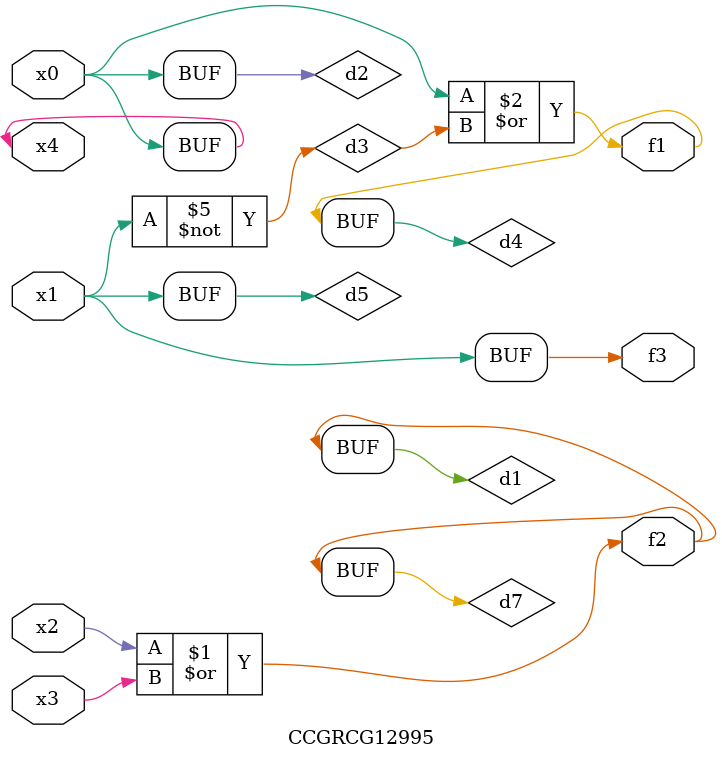
<source format=v>
module CCGRCG12995(
	input x0, x1, x2, x3, x4,
	output f1, f2, f3
);

	wire d1, d2, d3, d4, d5, d6, d7;

	or (d1, x2, x3);
	buf (d2, x0, x4);
	not (d3, x1);
	or (d4, d2, d3);
	not (d5, d3);
	nand (d6, d1, d3);
	or (d7, d1);
	assign f1 = d4;
	assign f2 = d7;
	assign f3 = d5;
endmodule

</source>
